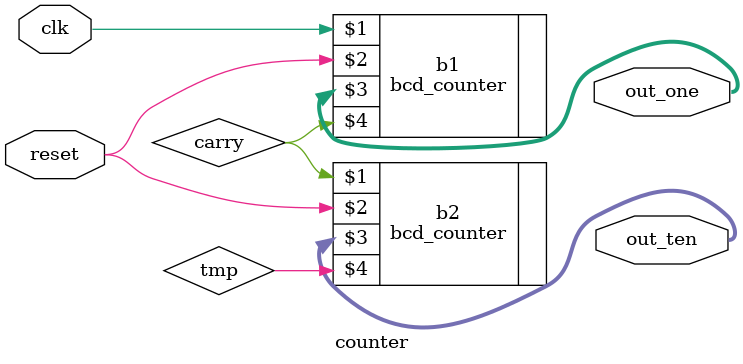
<source format=v>
`timescale 1ns / 1ps

module counter(
    input clk,
    input reset,
    output [3:0] out_ten,
    output [3:0] out_one
    );
    wire carry, tmp;
    bcd_counter b1(clk, reset, out_one, carry);
    bcd_counter b2(carry, reset, out_ten, tmp);   

endmodule

</source>
